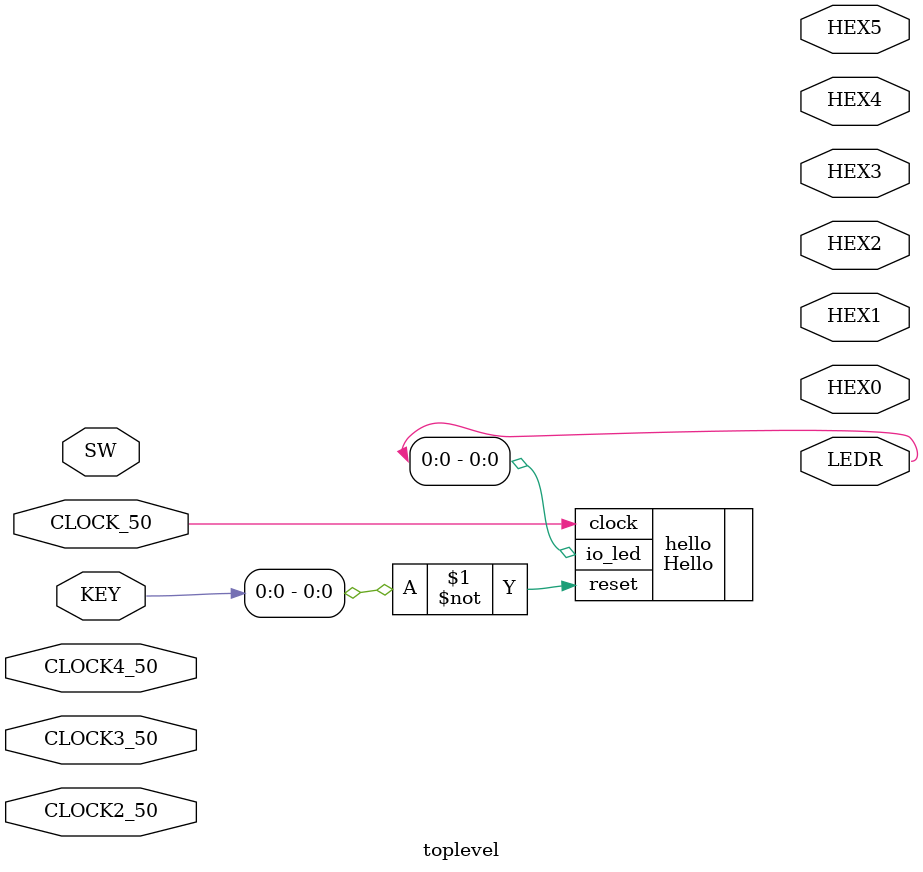
<source format=v>


module toplevel(

	//////////// CLOCK //////////
	input 		          		CLOCK2_50,
	input 		          		CLOCK3_50,
	input 		          		CLOCK4_50,
	input 		          		CLOCK_50,

	//////////// SDRAM //////////
	// output		    [12:0]		DRAM_ADDR,
	// output		     [1:0]		DRAM_BA,
	// output		          		DRAM_CAS_N,
	// output		          		DRAM_CKE,
	// output		          		DRAM_CLK,
	// output		          		DRAM_CS_N,
	// inout 		    [15:0]		DRAM_DQ,
	// output		          		DRAM_LDQM,
	// output		          		DRAM_RAS_N,
	// output		          		DRAM_UDQM,
	// output		          		DRAM_WE_N,

	//////////// SEG7 //////////
	output		     [6:0]		HEX0,
	output		     [6:0]		HEX1,
	output		     [6:0]		HEX2,
	output		     [6:0]		HEX3,
	output		     [6:0]		HEX4,
	output		     [6:0]		HEX5,

	//////////// KEY //////////
	input 		     [3:0]		KEY,

	//////////// LED //////////
	output		     [9:0]		LEDR,

	//////////// SW //////////
	input 		     [9:0]		SW // ,

	//////////// HPS //////////
	// inout 		          		HPS_CONV_USB_N,
	// output		    [14:0]		HPS_DDR3_ADDR,
	// output		     [2:0]		HPS_DDR3_BA,
	// output		          		HPS_DDR3_CAS_N,
	// output		          		HPS_DDR3_CKE,
	// output		          		HPS_DDR3_CK_N,
	// output		          		HPS_DDR3_CK_P,
	// output		          		HPS_DDR3_CS_N,
	// output		     [3:0]		HPS_DDR3_DM,
	// inout 		    [31:0]		HPS_DDR3_DQ,
	// inout 		     [3:0]		HPS_DDR3_DQS_N,
	// inout 		     [3:0]		HPS_DDR3_DQS_P,
	// output		          		HPS_DDR3_ODT,
	// output		          		HPS_DDR3_RAS_N,
	// output		          		HPS_DDR3_RESET_N,
	// input 		          		HPS_DDR3_RZQ,
	// output		          		HPS_DDR3_WE_N,
	// output		          		HPS_ENET_GTX_CLK,
	// inout 		          		HPS_ENET_INT_N,
	// output		          		HPS_ENET_MDC,
	// inout 		          		HPS_ENET_MDIO,
	// input 		          		HPS_ENET_RX_CLK,
	// input 		     [3:0]		HPS_ENET_RX_DATA,
	// input 		          		HPS_ENET_RX_DV,
	// output		     [3:0]		HPS_ENET_TX_DATA,
	// output		          		HPS_ENET_TX_EN,
	// inout 		     [3:0]		HPS_FLASH_DATA,
	// output		          		HPS_FLASH_DCLK,
	// output		          		HPS_FLASH_NCSO,
	// inout 		     [1:0]		HPS_GPIO,
	// inout 		          		HPS_GSENSOR_INT,
	// inout 		          		HPS_I2C1_SCLK,
	// inout 		          		HPS_I2C1_SDAT,
	// inout 		          		HPS_I2C2_SCLK,
	// inout 		          		HPS_I2C2_SDAT,
	// inout 		          		HPS_I2C_CONTROL,
	// inout 		          		HPS_KEY,
	// inout 		          		HPS_LED,
	// output		          		HPS_SD_CLK,
	// inout 		          		HPS_SD_CMD,
	// inout 		     [3:0]		HPS_SD_DATA,
	// output		          		HPS_SPIM_CLK,
	// input 		          		HPS_SPIM_MISO,
	// output		          		HPS_SPIM_MOSI,
	// inout 		          		HPS_SPIM_SS,
	// input 		          		HPS_UART_RX,
	// output		          		HPS_UART_TX,
	// input 		          		HPS_USB_CLKOUT,
	// inout 		     [7:0]		HPS_USB_DATA,
	// input 		          		HPS_USB_DIR,
	// input 		          		HPS_USB_NXT,
	// output		          		HPS_USB_STP
);

Hello hello(.clock(CLOCK_50), .reset(~KEY[0]), .io_led(LEDR[0]));


//=======================================================
//  REG/WIRE declarations
//=======================================================




//=======================================================
//  Structural coding
//=======================================================



endmodule

</source>
